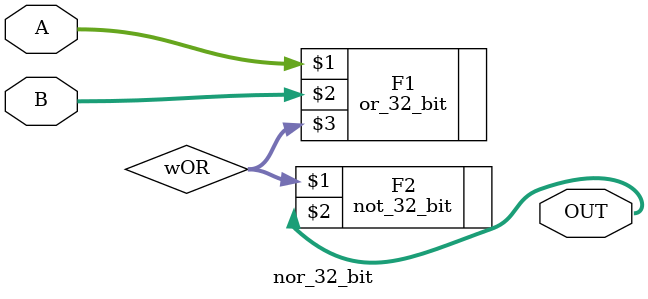
<source format=v>

module nor_32_bit(input [31:0] A , input [31:0] B , output [31:0] OUT);

wire [31:0]wOR;

or_32_bit F1(A , B , wOR);
not_32_bit F2(wOR , OUT);


endmodule
</source>
